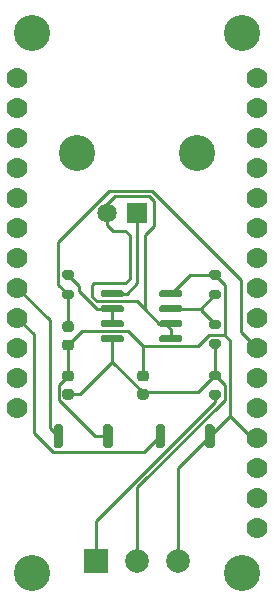
<source format=gbr>
G04 #@! TF.GenerationSoftware,KiCad,Pcbnew,5.1.7-a382d34a8~87~ubuntu18.04.1*
G04 #@! TF.CreationDate,2021-01-18T08:48:31-08:00*
G04 #@! TF.ProjectId,ph_feather_wing,70685f66-6561-4746-9865-725f77696e67,rev?*
G04 #@! TF.SameCoordinates,Original*
G04 #@! TF.FileFunction,Copper,L1,Top*
G04 #@! TF.FilePolarity,Positive*
%FSLAX46Y46*%
G04 Gerber Fmt 4.6, Leading zero omitted, Abs format (unit mm)*
G04 Created by KiCad (PCBNEW 5.1.7-a382d34a8~87~ubuntu18.04.1) date 2021-01-18 08:48:31*
%MOMM*%
%LPD*%
G01*
G04 APERTURE LIST*
G04 #@! TA.AperFunction,WasherPad*
%ADD10C,3.048000*%
G04 #@! TD*
G04 #@! TA.AperFunction,ComponentPad*
%ADD11C,3.048000*%
G04 #@! TD*
G04 #@! TA.AperFunction,ComponentPad*
%ADD12C,1.778000*%
G04 #@! TD*
G04 #@! TA.AperFunction,ComponentPad*
%ADD13R,1.651000X1.651000*%
G04 #@! TD*
G04 #@! TA.AperFunction,ComponentPad*
%ADD14C,1.651000*%
G04 #@! TD*
G04 #@! TA.AperFunction,ComponentPad*
%ADD15C,2.000000*%
G04 #@! TD*
G04 #@! TA.AperFunction,ComponentPad*
%ADD16R,2.000000X2.000000*%
G04 #@! TD*
G04 #@! TA.AperFunction,Conductor*
%ADD17C,0.250000*%
G04 #@! TD*
G04 APERTURE END LIST*
D10*
X67310000Y-53340000D03*
X85090000Y-53340000D03*
D11*
X85090000Y-99060000D03*
X67310000Y-99060000D03*
D12*
X66040000Y-57150000D03*
X66040000Y-59690000D03*
X66040000Y-62230000D03*
X66040000Y-64770000D03*
X66040000Y-67310000D03*
X66040000Y-69850000D03*
X66040000Y-72390000D03*
X66040000Y-74930000D03*
X66040000Y-77470000D03*
X66040000Y-80010000D03*
X66040000Y-82550000D03*
X66040000Y-85090000D03*
X86360000Y-95250000D03*
X86360000Y-92710000D03*
X86360000Y-90170000D03*
X86360000Y-87630000D03*
X86360000Y-85090000D03*
X86360000Y-82550000D03*
X86360000Y-80010000D03*
X86360000Y-77470000D03*
X86360000Y-74930000D03*
X86360000Y-72390000D03*
X86360000Y-69850000D03*
X86360000Y-67310000D03*
X86360000Y-64770000D03*
X86360000Y-62230000D03*
X86360000Y-59690000D03*
X86360000Y-57150000D03*
D11*
X71120000Y-63500000D03*
X81280000Y-63500000D03*
D13*
X76200000Y-68580000D03*
D14*
X73660000Y-68580000D03*
D15*
X76200000Y-98044000D03*
D16*
X72699880Y-98044000D03*
D15*
X79700120Y-98044000D03*
G04 #@! TA.AperFunction,SMDPad,CuDef*
G36*
G01*
X70608000Y-80232000D02*
X70108000Y-80232000D01*
G75*
G02*
X69883000Y-80007000I0J225000D01*
G01*
X69883000Y-79557000D01*
G75*
G02*
X70108000Y-79332000I225000J0D01*
G01*
X70608000Y-79332000D01*
G75*
G02*
X70833000Y-79557000I0J-225000D01*
G01*
X70833000Y-80007000D01*
G75*
G02*
X70608000Y-80232000I-225000J0D01*
G01*
G37*
G04 #@! TD.AperFunction*
G04 #@! TA.AperFunction,SMDPad,CuDef*
G36*
G01*
X70608000Y-78682000D02*
X70108000Y-78682000D01*
G75*
G02*
X69883000Y-78457000I0J225000D01*
G01*
X69883000Y-78007000D01*
G75*
G02*
X70108000Y-77782000I225000J0D01*
G01*
X70608000Y-77782000D01*
G75*
G02*
X70833000Y-78007000I0J-225000D01*
G01*
X70833000Y-78457000D01*
G75*
G02*
X70608000Y-78682000I-225000J0D01*
G01*
G37*
G04 #@! TD.AperFunction*
G04 #@! TA.AperFunction,SMDPad,CuDef*
G36*
G01*
X70608000Y-82860000D02*
X70108000Y-82860000D01*
G75*
G02*
X69883000Y-82635000I0J225000D01*
G01*
X69883000Y-82185000D01*
G75*
G02*
X70108000Y-81960000I225000J0D01*
G01*
X70608000Y-81960000D01*
G75*
G02*
X70833000Y-82185000I0J-225000D01*
G01*
X70833000Y-82635000D01*
G75*
G02*
X70608000Y-82860000I-225000J0D01*
G01*
G37*
G04 #@! TD.AperFunction*
G04 #@! TA.AperFunction,SMDPad,CuDef*
G36*
G01*
X70608000Y-84410000D02*
X70108000Y-84410000D01*
G75*
G02*
X69883000Y-84185000I0J225000D01*
G01*
X69883000Y-83735000D01*
G75*
G02*
X70108000Y-83510000I225000J0D01*
G01*
X70608000Y-83510000D01*
G75*
G02*
X70833000Y-83735000I0J-225000D01*
G01*
X70833000Y-84185000D01*
G75*
G02*
X70608000Y-84410000I-225000J0D01*
G01*
G37*
G04 #@! TD.AperFunction*
G04 #@! TA.AperFunction,SMDPad,CuDef*
G36*
G01*
X76958000Y-84410000D02*
X76458000Y-84410000D01*
G75*
G02*
X76233000Y-84185000I0J225000D01*
G01*
X76233000Y-83735000D01*
G75*
G02*
X76458000Y-83510000I225000J0D01*
G01*
X76958000Y-83510000D01*
G75*
G02*
X77183000Y-83735000I0J-225000D01*
G01*
X77183000Y-84185000D01*
G75*
G02*
X76958000Y-84410000I-225000J0D01*
G01*
G37*
G04 #@! TD.AperFunction*
G04 #@! TA.AperFunction,SMDPad,CuDef*
G36*
G01*
X76958000Y-82860000D02*
X76458000Y-82860000D01*
G75*
G02*
X76233000Y-82635000I0J225000D01*
G01*
X76233000Y-82185000D01*
G75*
G02*
X76458000Y-81960000I225000J0D01*
G01*
X76958000Y-81960000D01*
G75*
G02*
X77183000Y-82185000I0J-225000D01*
G01*
X77183000Y-82635000D01*
G75*
G02*
X76958000Y-82860000I-225000J0D01*
G01*
G37*
G04 #@! TD.AperFunction*
G04 #@! TA.AperFunction,SMDPad,CuDef*
G36*
G01*
X83079000Y-80092000D02*
X82529000Y-80092000D01*
G75*
G02*
X82329000Y-79892000I0J200000D01*
G01*
X82329000Y-79492000D01*
G75*
G02*
X82529000Y-79292000I200000J0D01*
G01*
X83079000Y-79292000D01*
G75*
G02*
X83279000Y-79492000I0J-200000D01*
G01*
X83279000Y-79892000D01*
G75*
G02*
X83079000Y-80092000I-200000J0D01*
G01*
G37*
G04 #@! TD.AperFunction*
G04 #@! TA.AperFunction,SMDPad,CuDef*
G36*
G01*
X83079000Y-78442000D02*
X82529000Y-78442000D01*
G75*
G02*
X82329000Y-78242000I0J200000D01*
G01*
X82329000Y-77842000D01*
G75*
G02*
X82529000Y-77642000I200000J0D01*
G01*
X83079000Y-77642000D01*
G75*
G02*
X83279000Y-77842000I0J-200000D01*
G01*
X83279000Y-78242000D01*
G75*
G02*
X83079000Y-78442000I-200000J0D01*
G01*
G37*
G04 #@! TD.AperFunction*
G04 #@! TA.AperFunction,SMDPad,CuDef*
G36*
G01*
X83079000Y-74251000D02*
X82529000Y-74251000D01*
G75*
G02*
X82329000Y-74051000I0J200000D01*
G01*
X82329000Y-73651000D01*
G75*
G02*
X82529000Y-73451000I200000J0D01*
G01*
X83079000Y-73451000D01*
G75*
G02*
X83279000Y-73651000I0J-200000D01*
G01*
X83279000Y-74051000D01*
G75*
G02*
X83079000Y-74251000I-200000J0D01*
G01*
G37*
G04 #@! TD.AperFunction*
G04 #@! TA.AperFunction,SMDPad,CuDef*
G36*
G01*
X83079000Y-75901000D02*
X82529000Y-75901000D01*
G75*
G02*
X82329000Y-75701000I0J200000D01*
G01*
X82329000Y-75301000D01*
G75*
G02*
X82529000Y-75101000I200000J0D01*
G01*
X83079000Y-75101000D01*
G75*
G02*
X83279000Y-75301000I0J-200000D01*
G01*
X83279000Y-75701000D01*
G75*
G02*
X83079000Y-75901000I-200000J0D01*
G01*
G37*
G04 #@! TD.AperFunction*
G04 #@! TA.AperFunction,SMDPad,CuDef*
G36*
G01*
X70633000Y-74251000D02*
X70083000Y-74251000D01*
G75*
G02*
X69883000Y-74051000I0J200000D01*
G01*
X69883000Y-73651000D01*
G75*
G02*
X70083000Y-73451000I200000J0D01*
G01*
X70633000Y-73451000D01*
G75*
G02*
X70833000Y-73651000I0J-200000D01*
G01*
X70833000Y-74051000D01*
G75*
G02*
X70633000Y-74251000I-200000J0D01*
G01*
G37*
G04 #@! TD.AperFunction*
G04 #@! TA.AperFunction,SMDPad,CuDef*
G36*
G01*
X70633000Y-75901000D02*
X70083000Y-75901000D01*
G75*
G02*
X69883000Y-75701000I0J200000D01*
G01*
X69883000Y-75301000D01*
G75*
G02*
X70083000Y-75101000I200000J0D01*
G01*
X70633000Y-75101000D01*
G75*
G02*
X70833000Y-75301000I0J-200000D01*
G01*
X70833000Y-75701000D01*
G75*
G02*
X70633000Y-75901000I-200000J0D01*
G01*
G37*
G04 #@! TD.AperFunction*
G04 #@! TA.AperFunction,SMDPad,CuDef*
G36*
G01*
X82529000Y-81960000D02*
X83079000Y-81960000D01*
G75*
G02*
X83279000Y-82160000I0J-200000D01*
G01*
X83279000Y-82560000D01*
G75*
G02*
X83079000Y-82760000I-200000J0D01*
G01*
X82529000Y-82760000D01*
G75*
G02*
X82329000Y-82560000I0J200000D01*
G01*
X82329000Y-82160000D01*
G75*
G02*
X82529000Y-81960000I200000J0D01*
G01*
G37*
G04 #@! TD.AperFunction*
G04 #@! TA.AperFunction,SMDPad,CuDef*
G36*
G01*
X82529000Y-83610000D02*
X83079000Y-83610000D01*
G75*
G02*
X83279000Y-83810000I0J-200000D01*
G01*
X83279000Y-84210000D01*
G75*
G02*
X83079000Y-84410000I-200000J0D01*
G01*
X82529000Y-84410000D01*
G75*
G02*
X82329000Y-84210000I0J200000D01*
G01*
X82329000Y-83810000D01*
G75*
G02*
X82529000Y-83610000I200000J0D01*
G01*
G37*
G04 #@! TD.AperFunction*
G04 #@! TA.AperFunction,SMDPad,CuDef*
G36*
G01*
X73328000Y-88303000D02*
X73328000Y-86703000D01*
G75*
G02*
X73528000Y-86503000I200000J0D01*
G01*
X73928000Y-86503000D01*
G75*
G02*
X74128000Y-86703000I0J-200000D01*
G01*
X74128000Y-88303000D01*
G75*
G02*
X73928000Y-88503000I-200000J0D01*
G01*
X73528000Y-88503000D01*
G75*
G02*
X73328000Y-88303000I0J200000D01*
G01*
G37*
G04 #@! TD.AperFunction*
G04 #@! TA.AperFunction,SMDPad,CuDef*
G36*
G01*
X69128000Y-88303000D02*
X69128000Y-86703000D01*
G75*
G02*
X69328000Y-86503000I200000J0D01*
G01*
X69728000Y-86503000D01*
G75*
G02*
X69928000Y-86703000I0J-200000D01*
G01*
X69928000Y-88303000D01*
G75*
G02*
X69728000Y-88503000I-200000J0D01*
G01*
X69328000Y-88503000D01*
G75*
G02*
X69128000Y-88303000I0J200000D01*
G01*
G37*
G04 #@! TD.AperFunction*
G04 #@! TA.AperFunction,SMDPad,CuDef*
G36*
G01*
X77764000Y-88303000D02*
X77764000Y-86703000D01*
G75*
G02*
X77964000Y-86503000I200000J0D01*
G01*
X78364000Y-86503000D01*
G75*
G02*
X78564000Y-86703000I0J-200000D01*
G01*
X78564000Y-88303000D01*
G75*
G02*
X78364000Y-88503000I-200000J0D01*
G01*
X77964000Y-88503000D01*
G75*
G02*
X77764000Y-88303000I0J200000D01*
G01*
G37*
G04 #@! TD.AperFunction*
G04 #@! TA.AperFunction,SMDPad,CuDef*
G36*
G01*
X81964000Y-88303000D02*
X81964000Y-86703000D01*
G75*
G02*
X82164000Y-86503000I200000J0D01*
G01*
X82564000Y-86503000D01*
G75*
G02*
X82764000Y-86703000I0J-200000D01*
G01*
X82764000Y-88303000D01*
G75*
G02*
X82564000Y-88503000I-200000J0D01*
G01*
X82164000Y-88503000D01*
G75*
G02*
X81964000Y-88303000I0J200000D01*
G01*
G37*
G04 #@! TD.AperFunction*
G04 #@! TA.AperFunction,SMDPad,CuDef*
G36*
G01*
X80031000Y-79098000D02*
X80031000Y-79398000D01*
G75*
G02*
X79881000Y-79548000I-150000J0D01*
G01*
X78231000Y-79548000D01*
G75*
G02*
X78081000Y-79398000I0J150000D01*
G01*
X78081000Y-79098000D01*
G75*
G02*
X78231000Y-78948000I150000J0D01*
G01*
X79881000Y-78948000D01*
G75*
G02*
X80031000Y-79098000I0J-150000D01*
G01*
G37*
G04 #@! TD.AperFunction*
G04 #@! TA.AperFunction,SMDPad,CuDef*
G36*
G01*
X80031000Y-77828000D02*
X80031000Y-78128000D01*
G75*
G02*
X79881000Y-78278000I-150000J0D01*
G01*
X78231000Y-78278000D01*
G75*
G02*
X78081000Y-78128000I0J150000D01*
G01*
X78081000Y-77828000D01*
G75*
G02*
X78231000Y-77678000I150000J0D01*
G01*
X79881000Y-77678000D01*
G75*
G02*
X80031000Y-77828000I0J-150000D01*
G01*
G37*
G04 #@! TD.AperFunction*
G04 #@! TA.AperFunction,SMDPad,CuDef*
G36*
G01*
X80031000Y-76558000D02*
X80031000Y-76858000D01*
G75*
G02*
X79881000Y-77008000I-150000J0D01*
G01*
X78231000Y-77008000D01*
G75*
G02*
X78081000Y-76858000I0J150000D01*
G01*
X78081000Y-76558000D01*
G75*
G02*
X78231000Y-76408000I150000J0D01*
G01*
X79881000Y-76408000D01*
G75*
G02*
X80031000Y-76558000I0J-150000D01*
G01*
G37*
G04 #@! TD.AperFunction*
G04 #@! TA.AperFunction,SMDPad,CuDef*
G36*
G01*
X80031000Y-75288000D02*
X80031000Y-75588000D01*
G75*
G02*
X79881000Y-75738000I-150000J0D01*
G01*
X78231000Y-75738000D01*
G75*
G02*
X78081000Y-75588000I0J150000D01*
G01*
X78081000Y-75288000D01*
G75*
G02*
X78231000Y-75138000I150000J0D01*
G01*
X79881000Y-75138000D01*
G75*
G02*
X80031000Y-75288000I0J-150000D01*
G01*
G37*
G04 #@! TD.AperFunction*
G04 #@! TA.AperFunction,SMDPad,CuDef*
G36*
G01*
X75081000Y-75288000D02*
X75081000Y-75588000D01*
G75*
G02*
X74931000Y-75738000I-150000J0D01*
G01*
X73281000Y-75738000D01*
G75*
G02*
X73131000Y-75588000I0J150000D01*
G01*
X73131000Y-75288000D01*
G75*
G02*
X73281000Y-75138000I150000J0D01*
G01*
X74931000Y-75138000D01*
G75*
G02*
X75081000Y-75288000I0J-150000D01*
G01*
G37*
G04 #@! TD.AperFunction*
G04 #@! TA.AperFunction,SMDPad,CuDef*
G36*
G01*
X75081000Y-76558000D02*
X75081000Y-76858000D01*
G75*
G02*
X74931000Y-77008000I-150000J0D01*
G01*
X73281000Y-77008000D01*
G75*
G02*
X73131000Y-76858000I0J150000D01*
G01*
X73131000Y-76558000D01*
G75*
G02*
X73281000Y-76408000I150000J0D01*
G01*
X74931000Y-76408000D01*
G75*
G02*
X75081000Y-76558000I0J-150000D01*
G01*
G37*
G04 #@! TD.AperFunction*
G04 #@! TA.AperFunction,SMDPad,CuDef*
G36*
G01*
X75081000Y-77828000D02*
X75081000Y-78128000D01*
G75*
G02*
X74931000Y-78278000I-150000J0D01*
G01*
X73281000Y-78278000D01*
G75*
G02*
X73131000Y-78128000I0J150000D01*
G01*
X73131000Y-77828000D01*
G75*
G02*
X73281000Y-77678000I150000J0D01*
G01*
X74931000Y-77678000D01*
G75*
G02*
X75081000Y-77828000I0J-150000D01*
G01*
G37*
G04 #@! TD.AperFunction*
G04 #@! TA.AperFunction,SMDPad,CuDef*
G36*
G01*
X75081000Y-79098000D02*
X75081000Y-79398000D01*
G75*
G02*
X74931000Y-79548000I-150000J0D01*
G01*
X73281000Y-79548000D01*
G75*
G02*
X73131000Y-79398000I0J150000D01*
G01*
X73131000Y-79098000D01*
G75*
G02*
X73281000Y-78948000I150000J0D01*
G01*
X74931000Y-78948000D01*
G75*
G02*
X75081000Y-79098000I0J-150000D01*
G01*
G37*
G04 #@! TD.AperFunction*
D17*
X76708000Y-79885800D02*
X75435200Y-78613000D01*
X75435200Y-78613000D02*
X71527000Y-78613000D01*
X71527000Y-78613000D02*
X70358000Y-79782000D01*
X83628200Y-78964700D02*
X82296000Y-78964700D01*
X82296000Y-78964700D02*
X81374900Y-79885800D01*
X81374900Y-79885800D02*
X76708000Y-79885800D01*
X76708000Y-79885800D02*
X76708000Y-82410000D01*
X84082700Y-85784300D02*
X84082700Y-79419200D01*
X84082700Y-79419200D02*
X83628200Y-78964700D01*
X83628200Y-78964700D02*
X83628200Y-74675200D01*
X83628200Y-74675200D02*
X82804000Y-73851000D01*
X84082700Y-85784300D02*
X82364000Y-87503000D01*
X84082700Y-85784300D02*
X85928400Y-87630000D01*
X85928400Y-87630000D02*
X86360000Y-87630000D01*
X79056000Y-75438000D02*
X80643000Y-73851000D01*
X80643000Y-73851000D02*
X82804000Y-73851000D01*
X79700100Y-98044000D02*
X79700100Y-90166900D01*
X79700100Y-90166900D02*
X82364000Y-87503000D01*
X73728000Y-87503000D02*
X72610900Y-87503000D01*
X72610900Y-87503000D02*
X69556800Y-84448900D01*
X69556800Y-84448900D02*
X69556800Y-83211200D01*
X69556800Y-83211200D02*
X70358000Y-82410000D01*
X70358000Y-82410000D02*
X70358000Y-79782000D01*
X70358000Y-75501000D02*
X69541800Y-74684800D01*
X69541800Y-74684800D02*
X69541800Y-71033800D01*
X69541800Y-71033800D02*
X73846000Y-66729600D01*
X73846000Y-66729600D02*
X77491100Y-66729600D01*
X77491100Y-66729600D02*
X85034400Y-74272900D01*
X85034400Y-74272900D02*
X85034400Y-78684400D01*
X85034400Y-78684400D02*
X86360000Y-80010000D01*
X70358000Y-78232000D02*
X70358000Y-75501000D01*
X74106000Y-81204200D02*
X76708000Y-83806200D01*
X74106000Y-79248000D02*
X74106000Y-81204200D01*
X74106000Y-81204200D02*
X71350200Y-83960000D01*
X71350200Y-83960000D02*
X70358000Y-83960000D01*
X76708000Y-83806200D02*
X81357800Y-83806200D01*
X81357800Y-83806200D02*
X82804000Y-82360000D01*
X76708000Y-83960000D02*
X76708000Y-83806200D01*
X76200000Y-98044000D02*
X76200000Y-91848100D01*
X76200000Y-91848100D02*
X83614700Y-84433400D01*
X83614700Y-84433400D02*
X83614700Y-83170700D01*
X83614700Y-83170700D02*
X82804000Y-82360000D01*
X82804000Y-79692000D02*
X82804000Y-82360000D01*
X74106000Y-75438000D02*
X75311000Y-75438000D01*
X75311000Y-75438000D02*
X76200000Y-74549000D01*
X76200000Y-74549000D02*
X76200000Y-68580000D01*
X78568500Y-77978000D02*
X79056000Y-78465500D01*
X79056000Y-78465500D02*
X79056000Y-79248000D01*
X78568500Y-77978000D02*
X78081000Y-77978000D01*
X78081000Y-77978000D02*
X76835000Y-76732000D01*
X76835000Y-76732000D02*
X76835000Y-76708000D01*
X79056000Y-77978000D02*
X78568500Y-77978000D01*
X73660000Y-68580000D02*
X73660000Y-69596000D01*
X73660000Y-69596000D02*
X74168000Y-70104000D01*
X74168000Y-70104000D02*
X75184000Y-70104000D01*
X75184000Y-70104000D02*
X75565000Y-70485000D01*
X75565000Y-70485000D02*
X75565000Y-74168000D01*
X75565000Y-74168000D02*
X75184000Y-74549000D01*
X75184000Y-74549000D02*
X72517000Y-74549000D01*
X72517000Y-74549000D02*
X72390000Y-74676000D01*
X72390000Y-74676000D02*
X72390000Y-75692000D01*
X72390000Y-75692000D02*
X72771000Y-76073000D01*
X72771000Y-76073000D02*
X76200000Y-76073000D01*
X76200000Y-76073000D02*
X76835000Y-76708000D01*
X76835000Y-76708000D02*
X76835000Y-70485000D01*
X76835000Y-70485000D02*
X77597000Y-69723000D01*
X77597000Y-69723000D02*
X77597000Y-67564000D01*
X77597000Y-67564000D02*
X77216000Y-67183000D01*
X77216000Y-67183000D02*
X74295000Y-67183000D01*
X74295000Y-67183000D02*
X73660000Y-67818000D01*
X73660000Y-67818000D02*
X73660000Y-68580000D01*
X82804000Y-84010000D02*
X82804000Y-84607100D01*
X82804000Y-84607100D02*
X72699900Y-94711200D01*
X72699900Y-94711200D02*
X72699900Y-98044000D01*
X81597000Y-76708000D02*
X82804000Y-75501000D01*
X79056000Y-76708000D02*
X81597000Y-76708000D01*
X81597000Y-76708000D02*
X81597000Y-76835000D01*
X81597000Y-76835000D02*
X82804000Y-78042000D01*
X69528000Y-87503000D02*
X68812100Y-86787100D01*
X68812100Y-86787100D02*
X68812100Y-77702100D01*
X68812100Y-77702100D02*
X66040000Y-74930000D01*
X66040000Y-77470000D02*
X67466200Y-78896200D01*
X67466200Y-78896200D02*
X67466200Y-87199200D01*
X67466200Y-87199200D02*
X69114600Y-88847600D01*
X69114600Y-88847600D02*
X76819400Y-88847600D01*
X76819400Y-88847600D02*
X78164000Y-87503000D01*
X74106000Y-76708000D02*
X72768900Y-76708000D01*
X72768900Y-76708000D02*
X71281800Y-75220900D01*
X71281800Y-75220900D02*
X71281800Y-74774800D01*
X71281800Y-74774800D02*
X70358000Y-73851000D01*
X74106000Y-77978000D02*
X74106000Y-76708000D01*
M02*

</source>
